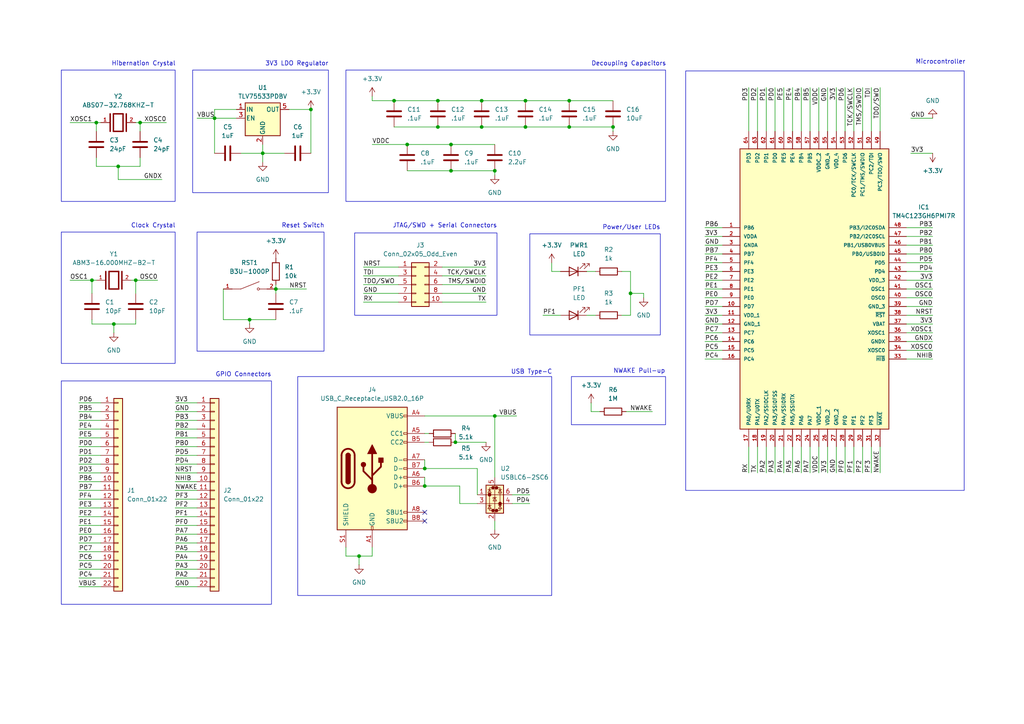
<source format=kicad_sch>
(kicad_sch (version 20231120) (generator "eeschema") (generator_version "8.0")
  (paper "A4")
  (title_block (title "TM4C Purple Pill") (date "2024-05-31") (rev "0.3") (company "Rolando Rosales") (comment 1 "https://github.com/rolo-g/TM4C-Purple-Pill"))
  (lib_symbols
    (symbol "ABM3-16.000MHZ-B2-T:ABM3-16.000MHZ-B2-T" (pin_names (offset 1.016))
      (property "Reference" "Y" (at -5.0878 3.8159 0))
      (property "Value" "ABM3-16.000MHZ-B2-T" (at -5.0944 -5.0944 0))
      (symbol "ABM3-16.000MHZ-B2-T_0_0"
        (pin passive line (at -5.08 0 0) (length 2.54) (name "~") (number "1"))
        (pin passive line (at 5.08 0 180) (length 2.54) (name "~") (number "2"))
      )
    )
    (symbol "ABS07-32.768KHZ-T:ABS07-32.768KHZ-T" (pin_names (offset 1.016))
      (property "Reference" "Y" (at -5.0878 3.8159 0))
      (property "Value" "ABS07-32.768KHZ-T" (at -5.0944 -5.0944 0))
      (symbol "ABS07-32.768KHZ-T_0_0"
        (pin passive line (at -5.08 0 0) (length 2.54) (name "~") (number "1"))
        (pin passive line (at 5.08 0 180) (length 2.54) (name "~") (number "2"))
      )
    )
    (symbol "B3U-1000P:B3U-1000P" (pin_names (offset 1.016))
      (property "Reference" "S" (at -2.54 2.54 0))
      (property "Value" "B3U-1000P" (at -2.54 -2.54 0))
      (symbol "B3U-1000P_0_0"
        (pin passive line (at -7.62 0 0) (length 2.54) (name "~") (number "1"))
        (pin passive line (at 7.62 0 180) (length 2.54) (name "~") (number "2"))
      )
    )
    (symbol "Connector:USB_C_Receptacle_USB2.0_16P" (pin_names (offset 1.016))
      (property "Reference" "J" (at 0 22.225 0))
      (property "Value" "USB_C_Receptacle_USB2.0_16P" (at 0 19.685 0))
      (symbol "USB_C_Receptacle_USB2.0_16P_1_1"
        (pin passive line (at 0 -22.86 90) (length 5.08) (name "GND") (number "A1"))
        (pin passive line (at 0 -22.86 90) (length 5.08) hide (name "GND") (number "A12"))
        (pin passive line (at 15.24 15.24 180) (length 5.08) (name "VBUS") (number "A4"))
        (pin bidirectional line (at 15.24 10.16 180) (length 5.08) (name "CC1") (number "A5"))
        (pin bidirectional line (at 15.24 -2.54 180) (length 5.08) (name "D+") (number "A6"))
        (pin bidirectional line (at 15.24 2.54 180) (length 5.08) (name "D-") (number "A7"))
        (pin bidirectional line (at 15.24 -12.7 180) (length 5.08) (name "SBU1") (number "A8"))
        (pin passive line (at 15.24 15.24 180) (length 5.08) hide (name "VBUS") (number "A9"))
        (pin passive line (at 0 -22.86 90) (length 5.08) hide (name "GND") (number "B1"))
        (pin passive line (at 0 -22.86 90) (length 5.08) hide (name "GND") (number "B12"))
        (pin passive line (at 15.24 15.24 180) (length 5.08) hide (name "VBUS") (number "B4"))
        (pin bidirectional line (at 15.24 7.62 180) (length 5.08) (name "CC2") (number "B5"))
        (pin bidirectional line (at 15.24 -5.08 180) (length 5.08) (name "D+") (number "B6"))
        (pin bidirectional line (at 15.24 0 180) (length 5.08) (name "D-") (number "B7"))
        (pin bidirectional line (at 15.24 -15.24 180) (length 5.08) (name "SBU2") (number "B8"))
        (pin passive line (at 15.24 15.24 180) (length 5.08) hide (name "VBUS") (number "B9"))
        (pin passive line (at -7.62 -22.86 90) (length 5.08) (name "SHIELD") (number "S1"))
      )
    )
    (symbol "Connector_Generic:Conn_01x22" (pin_names (offset 1.016) hide)
      (property "Reference" "J" (at 0 27.94 0))
      (property "Value" "Conn_01x22" (at 0 -30.48 0))
      (symbol "Conn_01x22_1_1"
        (pin passive line (at -5.08 25.4 0) (length 3.81) (name "Pin_1") (number "1"))
        (pin passive line (at -5.08 2.54 0) (length 3.81) (name "Pin_10") (number "10"))
        (pin passive line (at -5.08 0 0) (length 3.81) (name "Pin_11") (number "11"))
        (pin passive line (at -5.08 -2.54 0) (length 3.81) (name "Pin_12") (number "12"))
        (pin passive line (at -5.08 -5.08 0) (length 3.81) (name "Pin_13") (number "13"))
        (pin passive line (at -5.08 -7.62 0) (length 3.81) (name "Pin_14") (number "14"))
        (pin passive line (at -5.08 -10.16 0) (length 3.81) (name "Pin_15") (number "15"))
        (pin passive line (at -5.08 -12.7 0) (length 3.81) (name "Pin_16") (number "16"))
        (pin passive line (at -5.08 -15.24 0) (length 3.81) (name "Pin_17") (number "17"))
        (pin passive line (at -5.08 -17.78 0) (length 3.81) (name "Pin_18") (number "18"))
        (pin passive line (at -5.08 -20.32 0) (length 3.81) (name "Pin_19") (number "19"))
        (pin passive line (at -5.08 22.86 0) (length 3.81) (name "Pin_2") (number "2"))
        (pin passive line (at -5.08 -22.86 0) (length 3.81) (name "Pin_20") (number "20"))
        (pin passive line (at -5.08 -25.4 0) (length 3.81) (name "Pin_21") (number "21"))
        (pin passive line (at -5.08 -27.94 0) (length 3.81) (name "Pin_22") (number "22"))
        (pin passive line (at -5.08 20.32 0) (length 3.81) (name "Pin_3") (number "3"))
        (pin passive line (at -5.08 17.78 0) (length 3.81) (name "Pin_4") (number "4"))
        (pin passive line (at -5.08 15.24 0) (length 3.81) (name "Pin_5") (number "5"))
        (pin passive line (at -5.08 12.7 0) (length 3.81) (name "Pin_6") (number "6"))
        (pin passive line (at -5.08 10.16 0) (length 3.81) (name "Pin_7") (number "7"))
        (pin passive line (at -5.08 7.62 0) (length 3.81) (name "Pin_8") (number "8"))
        (pin passive line (at -5.08 5.08 0) (length 3.81) (name "Pin_9") (number "9"))
      )
    )
    (symbol "Connector_Generic:Conn_02x05_Odd_Even" (pin_names (offset 1.016) hide)
      (property "Reference" "J" (at 1.27 7.62 0))
      (property "Value" "Conn_02x05_Odd_Even" (at 1.27 -7.62 0))
      (symbol "Conn_02x05_Odd_Even_1_1"
        (pin passive line (at -5.08 5.08 0) (length 3.81) (name "Pin_1") (number "1"))
        (pin passive line (at 7.62 -5.08 180) (length 3.81) (name "Pin_10") (number "10"))
        (pin passive line (at 7.62 5.08 180) (length 3.81) (name "Pin_2") (number "2"))
        (pin passive line (at -5.08 2.54 0) (length 3.81) (name "Pin_3") (number "3"))
        (pin passive line (at 7.62 2.54 180) (length 3.81) (name "Pin_4") (number "4"))
        (pin passive line (at -5.08 0 0) (length 3.81) (name "Pin_5") (number "5"))
        (pin passive line (at 7.62 0 180) (length 3.81) (name "Pin_6") (number "6"))
        (pin passive line (at -5.08 -2.54 0) (length 3.81) (name "Pin_7") (number "7"))
        (pin passive line (at 7.62 -2.54 180) (length 3.81) (name "Pin_8") (number "8"))
        (pin passive line (at -5.08 -5.08 0) (length 3.81) (name "Pin_9") (number "9"))
      )
    )
    (symbol "Device:C" (pin_numbers hide) (pin_names (offset 0.254))
      (property "Reference" "C" (at 0.635 2.54 0))
      (property "Value" "C" (at 0.635 -2.54 0))
      (symbol "C_1_1"
        (pin passive line (at 0 3.81 270) (length 2.794) (name "~") (number "1"))
        (pin passive line (at 0 -3.81 90) (length 2.794) (name "~") (number "2"))
      )
    )
    (symbol "Device:LED" (pin_numbers hide) (pin_names (offset 1.016) hide)
      (property "Reference" "D" (at 0 2.54 0))
      (property "Value" "LED" (at 0 -2.54 0))
      (symbol "LED_1_1"
        (pin passive line (at -3.81 0 0) (length 2.54) (name "K") (number "1"))
        (pin passive line (at 3.81 0 180) (length 2.54) (name "A") (number "2"))
      )
    )
    (symbol "Device:R" (pin_numbers hide) (pin_names (offset 0))
      (property "Reference" "R" (at 2.032 0 90))
      (property "Value" "R" (at 0 0 90))
      (symbol "R_1_1"
        (pin passive line (at 0 3.81 270) (length 1.27) (name "~") (number "1"))
        (pin passive line (at 0 -3.81 90) (length 1.27) (name "~") (number "2"))
      )
    )
    (symbol "Power_Protection:USBLC6-2SC6" (pin_names hide)
      (property "Reference" "U" (at 0.635 5.715 0))
      (property "Value" "USBLC6-2SC6" (at 0.635 3.81 0))
      (symbol "USBLC6-2SC6_1_1"
        (pin passive line (at -5.08 0 0) (length 2.54) (name "I/O1") (number "1"))
        (pin passive line (at 0 -7.62 90) (length 2.54) (name "GND") (number "2"))
        (pin passive line (at -5.08 -2.54 0) (length 2.54) (name "I/O2") (number "3"))
        (pin passive line (at 5.08 -2.54 180) (length 2.54) (name "I/O2") (number "4"))
        (pin passive line (at 0 5.08 270) (length 2.54) (name "VBUS") (number "5"))
        (pin passive line (at 5.08 0 180) (length 2.54) (name "I/O1") (number "6"))
      )
    )
    (symbol "Regulator_Linear:TLV75533PDBV" (pin_names (offset 0.254))
      (property "Reference" "U" (at -3.81 5.715 0))
      (property "Value" "TLV75533PDBV" (at 0 5.715 0))
      (symbol "TLV75533PDBV_1_1"
        (pin power_in line (at -7.62 2.54 0) (length 2.54) (name "IN") (number "1"))
        (pin power_in line (at 0 -7.62 90) (length 2.54) (name "GND") (number "2"))
        (pin input line (at -7.62 0 0) (length 2.54) (name "EN") (number "3"))
        (pin no_connect line (at 5.08 0 180) (length 2.54) hide (name "NC") (number "4"))
        (pin power_out line (at 7.62 2.54 180) (length 2.54) (name "OUT") (number "5"))
      )
    )
    (symbol "TM4C123GH6PMI7R:TM4C123GH6PMI7R" (pin_names (offset 1.016))
      (property "Reference" "IC" (at 49.53 27.94 0))
      (property "Value" "TM4C123GH6PMI7R" (at 49.53 25.4 0))
      (symbol "TM4C123GH6PMI7R_0_0"
        (pin bidirectional line (at 0 0 0) (length 5.08) (name "PB6") (number "1"))
        (pin bidirectional line (at 0 -22.86 0) (length 5.08) (name "PD7") (number "10"))
        (pin bidirectional line (at 0 -25.4 0) (length 5.08) (name "VDD_1") (number "11"))
        (pin bidirectional line (at 0 -27.94 0) (length 5.08) (name "GND_1") (number "12"))
        (pin bidirectional line (at 0 -30.48 0) (length 5.08) (name "PC7") (number "13"))
        (pin bidirectional line (at 0 -33.02 0) (length 5.08) (name "PC6") (number "14"))
        (pin bidirectional line (at 0 -35.56 0) (length 5.08) (name "PC5") (number "15"))
        (pin bidirectional line (at 0 -38.1 0) (length 5.08) (name "PC4") (number "16"))
        (pin bidirectional line (at 7.62 -63.5 90) (length 5.08) (name "PA0/U0RX") (number "17"))
        (pin bidirectional line (at 10.16 -63.5 90) (length 5.08) (name "PA1/U0TX") (number "18"))
        (pin bidirectional line (at 12.7 -63.5 90) (length 5.08) (name "PA2/SSI0CLK") (number "19"))
        (pin bidirectional line (at 0 -2.54 0) (length 5.08) (name "VDDA") (number "2"))
        (pin bidirectional line (at 15.24 -63.5 90) (length 5.08) (name "PA3/SSI0FSS") (number "20"))
        (pin bidirectional line (at 17.78 -63.5 90) (length 5.08) (name "PA4/SSI0RX") (number "21"))
        (pin bidirectional line (at 20.32 -63.5 90) (length 5.08) (name "PA5/SSI0TX") (number "22"))
        (pin bidirectional line (at 22.86 -63.5 90) (length 5.08) (name "PA6") (number "23"))
        (pin bidirectional line (at 25.4 -63.5 90) (length 5.08) (name "PA7") (number "24"))
        (pin bidirectional line (at 27.94 -63.5 90) (length 5.08) (name "VDDC_1") (number "25"))
        (pin bidirectional line (at 30.48 -63.5 90) (length 5.08) (name "VDD_2") (number "26"))
        (pin bidirectional line (at 33.02 -63.5 90) (length 5.08) (name "GND_2") (number "27"))
        (pin bidirectional line (at 35.56 -63.5 90) (length 5.08) (name "PF0") (number "28"))
        (pin bidirectional line (at 38.1 -63.5 90) (length 5.08) (name "PF1") (number "29"))
        (pin bidirectional line (at 0 -5.08 0) (length 5.08) (name "GNDA") (number "3"))
        (pin bidirectional line (at 40.64 -63.5 90) (length 5.08) (name "PF2") (number "30"))
        (pin bidirectional line (at 43.18 -63.5 90) (length 5.08) (name "PF3") (number "31"))
        (pin bidirectional line (at 45.72 -63.5 90) (length 5.08) (name "~{WAKE}") (number "32"))
        (pin bidirectional line (at 53.34 -38.1 180) (length 5.08) (name "~{HIB}") (number "33"))
        (pin bidirectional line (at 53.34 -35.56 180) (length 5.08) (name "XOSC0") (number "34"))
        (pin bidirectional line (at 53.34 -33.02 180) (length 5.08) (name "GNDX") (number "35"))
        (pin bidirectional line (at 53.34 -30.48 180) (length 5.08) (name "XOSC1") (number "36"))
        (pin bidirectional line (at 53.34 -27.94 180) (length 5.08) (name "VBAT") (number "37"))
        (pin bidirectional line (at 53.34 -25.4 180) (length 5.08) (name "~{RST}") (number "38"))
        (pin bidirectional line (at 53.34 -22.86 180) (length 5.08) (name "GND_3") (number "39"))
        (pin bidirectional line (at 0 -7.62 0) (length 5.08) (name "PB7") (number "4"))
        (pin bidirectional line (at 53.34 -20.32 180) (length 5.08) (name "OSC0") (number "40"))
        (pin bidirectional line (at 53.34 -17.78 180) (length 5.08) (name "OSC1") (number "41"))
        (pin bidirectional line (at 53.34 -15.24 180) (length 5.08) (name "VDD_3") (number "42"))
        (pin bidirectional line (at 53.34 -12.7 180) (length 5.08) (name "PD4") (number "43"))
        (pin bidirectional line (at 53.34 -10.16 180) (length 5.08) (name "PD5") (number "44"))
        (pin bidirectional line (at 53.34 -7.62 180) (length 5.08) (name "PB0/USB0ID") (number "45"))
        (pin bidirectional line (at 53.34 -5.08 180) (length 5.08) (name "PB1/USB0VBUS") (number "46"))
        (pin bidirectional line (at 53.34 -2.54 180) (length 5.08) (name "PB2/I2C0SCL") (number "47"))
        (pin bidirectional line (at 53.34 0 180) (length 5.08) (name "PB3/I2C0SDA") (number "48"))
        (pin bidirectional line (at 45.72 27.94 270) (length 5.08) (name "PC3/TDO/SWO") (number "49"))
        (pin bidirectional line (at 0 -10.16 0) (length 5.08) (name "PF4") (number "5"))
        (pin bidirectional line (at 43.18 27.94 270) (length 5.08) (name "PC2/TDI") (number "50"))
        (pin bidirectional line (at 40.64 27.94 270) (length 5.08) (name "PC1/TMS/SWDIO") (number "51"))
        (pin bidirectional line (at 38.1 27.94 270) (length 5.08) (name "PC0/TCK/SWCLK") (number "52"))
        (pin bidirectional line (at 35.56 27.94 270) (length 5.08) (name "PD6") (number "53"))
        (pin bidirectional line (at 33.02 27.94 270) (length 5.08) (name "VDD_4") (number "54"))
        (pin bidirectional line (at 30.48 27.94 270) (length 5.08) (name "GND_4") (number "55"))
        (pin bidirectional line (at 27.94 27.94 270) (length 5.08) (name "VDDC_2") (number "56"))
        (pin bidirectional line (at 25.4 27.94 270) (length 5.08) (name "PB5") (number "57"))
        (pin bidirectional line (at 22.86 27.94 270) (length 5.08) (name "PB4") (number "58"))
        (pin bidirectional line (at 20.32 27.94 270) (length 5.08) (name "PE4") (number "59"))
        (pin bidirectional line (at 0 -12.7 0) (length 5.08) (name "PE3") (number "6"))
        (pin bidirectional line (at 17.78 27.94 270) (length 5.08) (name "PE5") (number "60"))
        (pin bidirectional line (at 15.24 27.94 270) (length 5.08) (name "PD0") (number "61"))
        (pin bidirectional line (at 12.7 27.94 270) (length 5.08) (name "PD1") (number "62"))
        (pin bidirectional line (at 10.16 27.94 270) (length 5.08) (name "PD2") (number "63"))
        (pin bidirectional line (at 7.62 27.94 270) (length 5.08) (name "PD3") (number "64"))
        (pin bidirectional line (at 0 -15.24 0) (length 5.08) (name "PE2") (number "7"))
        (pin bidirectional line (at 0 -17.78 0) (length 5.08) (name "PE1") (number "8"))
        (pin bidirectional line (at 0 -20.32 0) (length 5.08) (name "PE0") (number "9"))
      )
    )
    (symbol "power:+3.3V" (power) (pin_numbers hide) (pin_names (offset 0) hide)
      (property "Value" "+3.3V" (at 0 3.556 0))
      (symbol "+3.3V_1_1"
        (pin power_in line (at 0 0 90) (length 0) (name "~") (number "1"))
      )
    )
    (symbol "power:GND" (power) (pin_numbers hide) (pin_names (offset 0) hide)
      (property "Value" "GND" (at 0 -3.81 0))
      (symbol "GND_1_1"
        (pin power_in line (at 0 0 270) (length 0) (name "~") (number "1"))
      )
    )
  )
  (junction (at 76.2 44.45))
  (junction (at 130.81 41.91))
  (junction (at 62.23 34.29))
  (junction (at 177.8 36.83))
  (junction (at 139.7 29.21))
  (junction (at 26.67 81.28))
  (junction (at 90.17 31.75))
  (junction (at 72.39 92.71))
  (junction (at 130.81 49.53))
  (junction (at 132.08 128.27))
  (junction (at 123.19 140.97))
  (junction (at 152.4 36.83))
  (junction (at 165.1 36.83))
  (junction (at 104.14 161.29))
  (junction (at 118.11 41.91))
  (junction (at 123.19 135.89))
  (junction (at 127 29.21))
  (junction (at 182.88 85.09))
  (junction (at 139.7 36.83))
  (junction (at 152.4 29.21))
  (junction (at 80.01 83.82))
  (junction (at 165.1 29.21))
  (junction (at 143.51 120.65))
  (junction (at 127 36.83))
  (junction (at 33.02 93.98))
  (junction (at 39.37 81.28))
  (junction (at 143.51 49.53))
  (junction (at 40.64 35.56))
  (junction (at 114.3 29.21))
  (junction (at 34.29 48.26))
  (junction (at 27.94 35.56))
  (no_connect (at 123.19 148.59))
  (no_connect (at 123.19 151.13))
  (wire (pts (xy 204.47 86.36) (xy 209.55 86.36)))
  (wire (pts (xy 114.3 36.83) (xy 127 36.83)))
  (wire (pts (xy 83.82 31.75) (xy 90.17 31.75)))
  (wire (pts (xy 64.77 92.71) (xy 72.39 92.71)))
  (wire (pts (xy 29.21 127) (xy 22.86 127)))
  (wire (pts (xy 123.19 128.27) (xy 124.46 128.27)))
  (wire (pts (xy 29.21 137.16) (xy 22.86 137.16)))
  (wire (pts (xy 148.59 143.51) (xy 153.67 143.51)))
  (wire (pts (xy 29.21 165.1) (xy 22.86 165.1)))
  (wire (pts (xy 57.15 147.32) (xy 50.8 147.32)))
  (wire (pts (xy 39.37 81.28) (xy 39.37 85.09)))
  (wire (pts (xy 29.21 121.92) (xy 22.86 121.92)))
  (wire (pts (xy 222.25 129.54) (xy 222.25 137.16)))
  (wire (pts (xy 57.15 127) (xy 50.8 127)))
  (wire (pts (xy 76.2 41.91) (xy 76.2 44.45)))
  (wire (pts (xy 186.69 86.36) (xy 186.69 85.09)))
  (wire (pts (xy 128.27 87.63) (xy 140.97 87.63)))
  (wire (pts (xy 162.56 78.74) (xy 160.02 78.74)))
  (wire (pts (xy 105.41 87.63) (xy 115.57 87.63)))
  (wire (pts (xy 80.01 82.55) (xy 80.01 83.82)))
  (wire (pts (xy 64.77 83.82) (xy 64.77 92.71)))
  (wire (pts (xy 114.3 29.21) (xy 127 29.21)))
  (wire (pts (xy 181.61 119.38) (xy 189.23 119.38)))
  (wire (pts (xy 227.33 129.54) (xy 227.33 137.16)))
  (wire (pts (xy 186.69 85.09) (xy 182.88 85.09)))
  (wire (pts (xy 217.17 129.54) (xy 217.17 137.16)))
  (wire (pts (xy 262.89 93.98) (xy 270.51 93.98)))
  (wire (pts (xy 242.57 25.4) (xy 242.57 38.1)))
  (wire (pts (xy 222.25 25.4) (xy 222.25 38.1)))
  (wire (pts (xy 29.21 119.38) (xy 22.86 119.38)))
  (wire (pts (xy 138.43 135.89) (xy 138.43 143.51)))
  (wire (pts (xy 204.47 96.52) (xy 209.55 96.52)))
  (wire (pts (xy 132.08 128.27) (xy 140.97 128.27)))
  (wire (pts (xy 34.29 52.07) (xy 46.99 52.07)))
  (wire (pts (xy 27.94 38.1) (xy 27.94 35.56)))
  (wire (pts (xy 72.39 92.71) (xy 80.01 92.71)))
  (wire (pts (xy 143.51 49.53) (xy 143.51 50.8)))
  (wire (pts (xy 247.65 25.4) (xy 247.65 38.1)))
  (wire (pts (xy 127 36.83) (xy 139.7 36.83)))
  (wire (pts (xy 105.41 82.55) (xy 115.57 82.55)))
  (wire (pts (xy 204.47 81.28) (xy 209.55 81.28)))
  (wire (pts (xy 270.51 44.45) (xy 264.16 44.45)))
  (wire (pts (xy 57.15 165.1) (xy 50.8 165.1)))
  (wire (pts (xy 57.15 119.38) (xy 50.8 119.38)))
  (wire (pts (xy 57.15 132.08) (xy 50.8 132.08)))
  (wire (pts (xy 173.99 119.38) (xy 171.45 119.38)))
  (wire (pts (xy 232.41 25.4) (xy 232.41 38.1)))
  (wire (pts (xy 72.39 92.71) (xy 72.39 93.98)))
  (wire (pts (xy 224.79 25.4) (xy 224.79 38.1)))
  (wire (pts (xy 29.21 124.46) (xy 22.86 124.46)))
  (wire (pts (xy 262.89 96.52) (xy 270.51 96.52)))
  (wire (pts (xy 80.01 83.82) (xy 88.9 83.82)))
  (wire (pts (xy 57.15 160.02) (xy 50.8 160.02)))
  (wire (pts (xy 204.47 99.06) (xy 209.55 99.06)))
  (wire (pts (xy 123.19 138.43) (xy 123.19 140.97)))
  (wire (pts (xy 262.89 99.06) (xy 270.51 99.06)))
  (wire (pts (xy 217.17 25.4) (xy 217.17 38.1)))
  (wire (pts (xy 204.47 101.6) (xy 209.55 101.6)))
  (wire (pts (xy 180.34 91.44) (xy 182.88 91.44)))
  (wire (pts (xy 139.7 29.21) (xy 152.4 29.21)))
  (wire (pts (xy 40.64 48.26) (xy 40.64 45.72)))
  (wire (pts (xy 50.8 167.64) (xy 57.15 167.64)))
  (wire (pts (xy 229.87 25.4) (xy 229.87 38.1)))
  (wire (pts (xy 182.88 78.74) (xy 180.34 78.74)))
  (wire (pts (xy 62.23 34.29) (xy 62.23 44.45)))
  (wire (pts (xy 262.89 71.12) (xy 270.51 71.12)))
  (wire (pts (xy 262.89 73.66) (xy 270.51 73.66)))
  (wire (pts (xy 143.51 120.65) (xy 143.51 138.43)))
  (wire (pts (xy 22.86 167.64) (xy 29.21 167.64)))
  (wire (pts (xy 204.47 88.9) (xy 209.55 88.9)))
  (wire (pts (xy 182.88 91.44) (xy 182.88 85.09)))
  (wire (pts (xy 107.95 29.21) (xy 107.95 27.94)))
  (wire (pts (xy 20.32 35.56) (xy 27.94 35.56)))
  (wire (pts (xy 29.21 147.32) (xy 22.86 147.32)))
  (wire (pts (xy 27.94 48.26) (xy 27.94 45.72)))
  (wire (pts (xy 262.89 83.82) (xy 270.51 83.82)))
  (wire (pts (xy 57.15 152.4) (xy 50.8 152.4)))
  (wire (pts (xy 39.37 93.98) (xy 39.37 92.71)))
  (wire (pts (xy 152.4 29.21) (xy 165.1 29.21)))
  (wire (pts (xy 57.15 121.92) (xy 50.8 121.92)))
  (wire (pts (xy 76.2 44.45) (xy 82.55 44.45)))
  (wire (pts (xy 105.41 80.01) (xy 115.57 80.01)))
  (wire (pts (xy 242.57 129.54) (xy 242.57 137.16)))
  (wire (pts (xy 26.67 81.28) (xy 26.67 85.09)))
  (wire (pts (xy 20.32 81.28) (xy 26.67 81.28)))
  (wire (pts (xy 62.23 31.75) (xy 68.58 31.75)))
  (wire (pts (xy 204.47 91.44) (xy 209.55 91.44)))
  (wire (pts (xy 219.71 25.4) (xy 219.71 38.1)))
  (wire (pts (xy 237.49 129.54) (xy 237.49 137.16)))
  (wire (pts (xy 234.95 25.4) (xy 234.95 38.1)))
  (wire (pts (xy 262.89 81.28) (xy 270.51 81.28)))
  (wire (pts (xy 57.15 154.94) (xy 50.8 154.94)))
  (wire (pts (xy 160.02 78.74) (xy 160.02 76.2)))
  (wire (pts (xy 240.03 25.4) (xy 240.03 38.1)))
  (wire (pts (xy 40.64 38.1) (xy 40.64 35.56)))
  (wire (pts (xy 26.67 93.98) (xy 26.67 92.71)))
  (wire (pts (xy 252.73 129.54) (xy 252.73 137.16)))
  (wire (pts (xy 171.45 119.38) (xy 171.45 116.84)))
  (wire (pts (xy 130.81 41.91) (xy 143.51 41.91)))
  (wire (pts (xy 105.41 77.47) (xy 115.57 77.47)))
  (wire (pts (xy 132.08 125.73) (xy 132.08 128.27)))
  (wire (pts (xy 104.14 161.29) (xy 104.14 163.83)))
  (wire (pts (xy 100.33 161.29) (xy 104.14 161.29)))
  (wire (pts (xy 204.47 76.2) (xy 209.55 76.2)))
  (wire (pts (xy 252.73 25.4) (xy 252.73 38.1)))
  (wire (pts (xy 29.21 116.84) (xy 22.86 116.84)))
  (wire (pts (xy 80.01 83.82) (xy 80.01 85.09)))
  (wire (pts (xy 57.15 34.29) (xy 62.23 34.29)))
  (wire (pts (xy 27.94 48.26) (xy 34.29 48.26)))
  (wire (pts (xy 204.47 73.66) (xy 209.55 73.66)))
  (wire (pts (xy 57.15 144.78) (xy 50.8 144.78)))
  (wire (pts (xy 29.21 160.02) (xy 22.86 160.02)))
  (wire (pts (xy 33.02 93.98) (xy 39.37 93.98)))
  (wire (pts (xy 152.4 36.83) (xy 165.1 36.83)))
  (wire (pts (xy 123.19 133.35) (xy 123.19 135.89)))
  (wire (pts (xy 76.2 44.45) (xy 76.2 46.99)))
  (wire (pts (xy 232.41 129.54) (xy 232.41 137.16)))
  (wire (pts (xy 133.35 140.97) (xy 133.35 146.05)))
  (wire (pts (xy 57.15 157.48) (xy 50.8 157.48)))
  (wire (pts (xy 57.15 129.54) (xy 50.8 129.54)))
  (wire (pts (xy 123.19 135.89) (xy 138.43 135.89)))
  (wire (pts (xy 39.37 35.56) (xy 40.64 35.56)))
  (wire (pts (xy 62.23 31.75) (xy 62.23 34.29)))
  (wire (pts (xy 34.29 52.07) (xy 34.29 48.26)))
  (wire (pts (xy 245.11 25.4) (xy 245.11 38.1)))
  (wire (pts (xy 227.33 25.4) (xy 227.33 38.1)))
  (wire (pts (xy 143.51 120.65) (xy 149.86 120.65)))
  (wire (pts (xy 34.29 48.26) (xy 40.64 48.26)))
  (wire (pts (xy 255.27 129.54) (xy 255.27 137.16)))
  (wire (pts (xy 262.89 66.04) (xy 270.51 66.04)))
  (wire (pts (xy 234.95 129.54) (xy 234.95 137.16)))
  (wire (pts (xy 128.27 85.09) (xy 140.97 85.09)))
  (wire (pts (xy 262.89 104.14) (xy 270.51 104.14)))
  (wire (pts (xy 100.33 158.75) (xy 100.33 161.29)))
  (wire (pts (xy 57.15 149.86) (xy 50.8 149.86)))
  (wire (pts (xy 245.11 129.54) (xy 245.11 137.16)))
  (wire (pts (xy 157.48 91.44) (xy 162.56 91.44)))
  (wire (pts (xy 130.81 49.53) (xy 143.51 49.53)))
  (wire (pts (xy 123.19 140.97) (xy 133.35 140.97)))
  (wire (pts (xy 57.15 137.16) (xy 50.8 137.16)))
  (wire (pts (xy 123.19 120.65) (xy 143.51 120.65)))
  (wire (pts (xy 57.15 142.24) (xy 50.8 142.24)))
  (wire (pts (xy 104.14 161.29) (xy 107.95 161.29)))
  (wire (pts (xy 118.11 49.53) (xy 130.81 49.53)))
  (wire (pts (xy 26.67 93.98) (xy 33.02 93.98)))
  (wire (pts (xy 40.64 35.56) (xy 48.26 35.56)))
  (wire (pts (xy 148.59 146.05) (xy 153.67 146.05)))
  (wire (pts (xy 29.21 134.62) (xy 22.86 134.62)))
  (wire (pts (xy 219.71 129.54) (xy 219.71 137.16)))
  (wire (pts (xy 255.27 25.4) (xy 255.27 38.1)))
  (wire (pts (xy 204.47 68.58) (xy 209.55 68.58)))
  (wire (pts (xy 57.15 162.56) (xy 50.8 162.56)))
  (wire (pts (xy 105.41 85.09) (xy 115.57 85.09)))
  (wire (pts (xy 107.95 41.91) (xy 118.11 41.91)))
  (wire (pts (xy 29.21 162.56) (xy 22.86 162.56)))
  (wire (pts (xy 204.47 71.12) (xy 209.55 71.12)))
  (wire (pts (xy 62.23 34.29) (xy 68.58 34.29)))
  (wire (pts (xy 262.89 86.36) (xy 270.51 86.36)))
  (wire (pts (xy 57.15 116.84) (xy 50.8 116.84)))
  (wire (pts (xy 50.8 170.18) (xy 57.15 170.18)))
  (wire (pts (xy 139.7 36.83) (xy 152.4 36.83)))
  (wire (pts (xy 237.49 25.4) (xy 237.49 38.1)))
  (wire (pts (xy 262.89 76.2) (xy 270.51 76.2)))
  (wire (pts (xy 22.86 170.18) (xy 29.21 170.18)))
  (wire (pts (xy 224.79 129.54) (xy 224.79 137.16)))
  (wire (pts (xy 128.27 77.47) (xy 140.97 77.47)))
  (wire (pts (xy 204.47 78.74) (xy 209.55 78.74)))
  (wire (pts (xy 138.43 146.05) (xy 133.35 146.05)))
  (wire (pts (xy 262.89 68.58) (xy 270.51 68.58)))
  (wire (pts (xy 247.65 129.54) (xy 247.65 137.16)))
  (wire (pts (xy 182.88 78.74) (xy 182.88 85.09)))
  (wire (pts (xy 165.1 29.21) (xy 177.8 29.21)))
  (wire (pts (xy 107.95 29.21) (xy 114.3 29.21)))
  (wire (pts (xy 33.02 93.98) (xy 33.02 96.52)))
  (wire (pts (xy 262.89 88.9) (xy 270.51 88.9)))
  (wire (pts (xy 29.21 139.7) (xy 22.86 139.7)))
  (wire (pts (xy 39.37 81.28) (xy 45.72 81.28)))
  (wire (pts (xy 29.21 154.94) (xy 22.86 154.94)))
  (wire (pts (xy 128.27 80.01) (xy 140.97 80.01)))
  (wire (pts (xy 270.51 34.29) (xy 264.16 34.29)))
  (wire (pts (xy 118.11 41.91) (xy 130.81 41.91)))
  (wire (pts (xy 143.51 151.13) (xy 143.51 153.67)))
  (wire (pts (xy 29.21 144.78) (xy 22.86 144.78)))
  (wire (pts (xy 90.17 31.75) (xy 90.17 44.45)))
  (wire (pts (xy 57.15 134.62) (xy 50.8 134.62)))
  (wire (pts (xy 57.15 124.46) (xy 50.8 124.46)))
  (wire (pts (xy 57.15 139.7) (xy 50.8 139.7)))
  (wire (pts (xy 250.19 25.4) (xy 250.19 38.1)))
  (wire (pts (xy 22.86 157.48) (xy 29.21 157.48)))
  (wire (pts (xy 29.21 132.08) (xy 22.86 132.08)))
  (wire (pts (xy 172.72 91.44) (xy 170.18 91.44)))
  (wire (pts (xy 250.19 129.54) (xy 250.19 137.16)))
  (wire (pts (xy 29.21 149.86) (xy 22.86 149.86)))
  (wire (pts (xy 69.85 44.45) (xy 76.2 44.45)))
  (wire (pts (xy 107.95 158.75) (xy 107.95 161.29)))
  (wire (pts (xy 229.87 129.54) (xy 229.87 137.16)))
  (wire (pts (xy 29.21 152.4) (xy 22.86 152.4)))
  (wire (pts (xy 27.94 35.56) (xy 29.21 35.56)))
  (wire (pts (xy 29.21 129.54) (xy 22.86 129.54)))
  (wire (pts (xy 204.47 66.04) (xy 209.55 66.04)))
  (wire (pts (xy 29.21 142.24) (xy 22.86 142.24)))
  (wire (pts (xy 128.27 82.55) (xy 140.97 82.55)))
  (wire (pts (xy 26.67 81.28) (xy 27.94 81.28)))
  (wire (pts (xy 204.47 83.82) (xy 209.55 83.82)))
  (wire (pts (xy 170.18 78.74) (xy 172.72 78.74)))
  (wire (pts (xy 165.1 36.83) (xy 177.8 36.83)))
  (wire (pts (xy 123.19 125.73) (xy 124.46 125.73)))
  (wire (pts (xy 262.89 101.6) (xy 270.51 101.6)))
  (wire (pts (xy 39.37 81.28) (xy 38.1 81.28)))
  (wire (pts (xy 204.47 93.98) (xy 209.55 93.98)))
  (wire (pts (xy 240.03 129.54) (xy 240.03 137.16)))
  (wire (pts (xy 177.8 36.83) (xy 177.8 38.1)))
  (wire (pts (xy 204.47 104.14) (xy 209.55 104.14)))
  (wire (pts (xy 262.89 91.44) (xy 270.51 91.44)))
  (wire (pts (xy 127 29.21) (xy 139.7 29.21)))
  (wire (pts (xy 262.89 78.74) (xy 270.51 78.74)))
  (rectangle (start 100.33 20.32) (end 193.04 58.42))
  (rectangle (start 17.78 110.49) (end 78.74 175.26))
  (rectangle (start 17.78 67.31) (end 50.8 105.41))
  (rectangle (start 153.67 67.818) (end 191.516 97.155))
  (rectangle (start 102.87 67.564) (end 144.145 91.44))
  (rectangle (start 57.15 67.31) (end 93.98 101.854))
  (rectangle (start 198.882 20.574) (end 279.654 142.24))
  (rectangle (start 55.88 20.32) (end 95.25 55.88))
  (rectangle (start 86.36 109.22) (end 160.02 172.72))
  (rectangle (start 17.78 20.32) (end 50.8 58.42))
  (rectangle (start 165.735 109.22) (end 193.04 123.19))
  (text "NWAKE Pull-up\n" (at 185.42 107.696 0) (effects (font (size 1.27 1.27))))
  (text "3V3 LDO Regulator" (at 86.106 18.542 0) (effects (font (size 1.27 1.27))))
  (text "Decoupling Capacitors" (at 182.372 18.542 0) (effects (font (size 1.27 1.27))))
  (text "Clock Crystal" (at 44.45 65.532 0) (effects (font (size 1.27 1.27))))
  (text "Power/User LEDs" (at 183.134 66.04 0) (effects (font (size 1.27 1.27))))
  (text "Hibernation Crystal" (at 41.656 18.542 0) (effects (font (size 1.27 1.27))))
  (text "USB Type-C" (at 154.178 107.95 0) (effects (font (size 1.27 1.27))))
  (text "Microcontroller" (at 272.796 18.034 0) (effects (font (size 1.27 1.27))))
  (text "Reset Switch" (at 87.884 65.532 0) (effects (font (size 1.27 1.27))))
  (text "JTAG/SWD + Serial Connectors" (at 129.032 65.532 0) (effects (font (size 1.27 1.27))))
  (text "GPIO Connectors" (at 70.612 108.712 0) (effects (font (size 1.27 1.27))))
  (label "PB7" (at 204.47 73.66 0))
  (label "XOSC1" (at 20.32 35.56 0))
  (label "PF1" (at 50.8 149.86 0))
  (label "3V3" (at 242.57 25.4 270))
  (label "PB0" (at 50.8 129.54 0))
  (label "GND" (at 240.03 25.4 270))
  (label "PE1" (at 22.86 152.4 0))
  (label "GND" (at 242.57 137.16 90))
  (label "GND" (at 140.97 85.09 180))
  (label "TX" (at 140.97 87.63 180))
  (label "3V3" (at 50.8 116.84 0))
  (label "PD2" (at 22.86 134.62 0))
  (label "PB7" (at 22.86 142.24 0))
  (label "3V3" (at 204.47 91.44 0))
  (label "OSC0" (at 45.72 81.28 180))
  (label "PF4" (at 22.86 144.78 0))
  (label "3V3" (at 204.47 68.58 0))
  (label "RX" (at 217.17 137.16 90))
  (label "PD7" (at 22.86 157.48 0))
  (label "PB6" (at 204.47 66.04 0))
  (label "TMS{slash}SWDIO" (at 140.97 82.55 180))
  (label "TCK{slash}SWCLK" (at 247.65 25.4 270))
  (label "PF2" (at 250.19 137.16 90))
  (label "PB6" (at 22.86 139.7 0))
  (label "PD7" (at 204.47 88.9 0))
  (label "PC5" (at 22.86 165.1 0))
  (label "PE4" (at 22.86 124.46 0))
  (label "PA5" (at 50.8 160.02 0))
  (label "PE1" (at 204.47 83.82 0))
  (label "PA3" (at 224.79 137.16 90))
  (label "PA6" (at 232.41 137.16 90))
  (label "GND" (at 264.16 34.29 0))
  (label "PC4" (at 22.86 167.64 0))
  (label "GNDX" (at 270.51 99.06 180))
  (label "RX" (at 105.41 87.63 0))
  (label "PE0" (at 204.47 86.36 0))
  (label "PD4" (at 153.67 146.05 180))
  (label "PD6" (at 245.11 25.4 270))
  (label "TDO{slash}SWO" (at 255.27 25.4 270))
  (label "PD5" (at 50.8 132.08 0))
  (label "PD0" (at 22.86 129.54 0))
  (label "GND" (at 50.8 170.18 0))
  (label "VDDC" (at 107.95 41.91 0))
  (label "PD6" (at 22.86 116.84 0))
  (label "PD1" (at 222.25 25.4 270))
  (label "PB3" (at 50.8 121.92 0))
  (label "TDO{slash}SWO" (at 105.41 82.55 0))
  (label "TX" (at 219.71 137.16 90))
  (label "PB4" (at 232.41 25.4 270))
  (label "NRST" (at 88.9 83.82 180))
  (label "PB2" (at 270.51 68.58 180))
  (label "3V3" (at 264.16 44.45 0))
  (label "PB1" (at 50.8 127 0))
  (label "PF2" (at 50.8 147.32 0))
  (label "TCK{slash}SWCLK" (at 140.97 80.01 180))
  (label "PE5" (at 22.86 127 0))
  (label "PC6" (at 22.86 162.56 0))
  (label "TDI" (at 105.41 80.01 0))
  (label "PD3" (at 22.86 137.16 0))
  (label "PB1" (at 270.51 71.12 180))
  (label "PD4" (at 50.8 134.62 0))
  (label "PF4" (at 204.47 76.2 0))
  (label "PB3" (at 270.51 66.04 180))
  (label "PF0" (at 50.8 152.4 0))
  (label "3V3" (at 270.51 93.98 180))
  (label "PF0" (at 245.11 137.16 90))
  (label "3V3" (at 140.97 77.47 180))
  (label "PA3" (at 50.8 165.1 0))
  (label "PE3" (at 204.47 78.74 0))
  (label "PA6" (at 50.8 157.48 0))
  (label "VDDC" (at 237.49 137.16 90))
  (label "PA2" (at 222.25 137.16 90))
  (label "VBUS" (at 149.86 120.65 180))
  (label "XOSC1" (at 270.51 96.52 180))
  (label "3V3" (at 240.03 137.16 90))
  (label "PB4" (at 22.86 121.92 0))
  (label "PD5" (at 270.51 76.2 180))
  (label "NRST" (at 50.8 137.16 0))
  (label "PD4" (at 270.51 78.74 180))
  (label "PC4" (at 204.47 104.14 0))
  (label "NWAKE" (at 255.27 137.16 90))
  (label "PF1" (at 157.48 91.44 0))
  (label "PC7" (at 204.47 96.52 0))
  (label "PC7" (at 22.86 160.02 0))
  (label "GND" (at 204.47 71.12 0))
  (label "VDDC" (at 237.49 25.4 270))
  (label "GND" (at 270.51 88.9 180))
  (label "PE0" (at 22.86 154.94 0))
  (label "PD0" (at 224.79 25.4 270))
  (label "NWAKE" (at 189.23 119.38 180))
  (label "PD2" (at 219.71 25.4 270))
  (label "GND" (at 204.47 93.98 0))
  (label "PB5" (at 234.95 25.4 270))
  (label "PE5" (at 227.33 25.4 270))
  (label "PB5" (at 22.86 119.38 0))
  (label "NRST" (at 105.41 77.47 0))
  (label "TMS{slash}SWDIO" (at 250.19 25.4 270))
  (label "NHIB" (at 50.8 139.7 0))
  (label "OSC1" (at 270.51 83.82 180))
  (label "TDI" (at 252.73 25.4 270))
  (label "PF3" (at 50.8 144.78 0))
  (label "PE3" (at 22.86 147.32 0))
  (label "NRST" (at 270.51 91.44 180))
  (label "VBUS" (at 22.86 170.18 0))
  (label "GNDX" (at 46.99 52.07 180))
  (label "PD1" (at 22.86 132.08 0))
  (label "3V3" (at 270.51 81.28 180))
  (label "PA5" (at 229.87 137.16 90))
  (label "PF3" (at 252.73 137.16 90))
  (label "GND" (at 105.41 85.09 0))
  (label "VBUS" (at 57.15 34.29 0))
  (label "NWAKE" (at 50.8 142.24 0))
  (label "PB2" (at 50.8 124.46 0))
  (label "PE4" (at 229.87 25.4 270))
  (label "PA4" (at 227.33 137.16 90))
  (label "PA7" (at 50.8 154.94 0))
  (label "OSC0" (at 270.51 86.36 180))
  (label "PA7" (at 234.95 137.16 90))
  (label "NHIB" (at 270.51 104.14 180))
  (label "PA2" (at 50.8 167.64 0))
  (label "PD5" (at 153.67 143.51 180))
  (label "PE2" (at 22.86 149.86 0))
  (label "XOSC0" (at 48.26 35.56 180))
  (label "GND" (at 50.8 119.38 0))
  (label "PA4" (at 50.8 162.56 0))
  (label "PE2" (at 204.47 81.28 0))
  (label "XOSC0" (at 270.51 101.6 180))
  (label "PC6" (at 204.47 99.06 0))
  (label "PC5" (at 204.47 101.6 0))
  (label "PD3" (at 217.17 25.4 270))
  (label "OSC1" (at 20.32 81.28 0))
  (label "PB0" (at 270.51 73.66 180))
  (label "PF1" (at 247.65 137.16 90))
  (symbol (lib_id "Connector_Generic:Conn_01x22") (at 34.29 142.24 0) (unit 1)
    (property "Reference" "J1" (at 36.83 142.2399 0) (effects (justify left)))
    (property "Value" "Conn_01x22" (at 36.83 144.7799 0) (effects (justify left)))
    (property "Footprint" "Connector_PinHeader_2.54mm:PinHeader_1x22_P2.54mm_Vertical" (effects (hide yes)))
    (property "Description" "Generic connector, single row, 01x22, script generated (kicad-library-utils/schlib/autogen/connector/)" (effects (hide yes)))
  )
  (symbol (lib_id "power:GND") (at 270.51 34.29 180) (unit 1)
    (property "Reference" "#PWR014" (effects (hide yes)))
    (property "Value" "GND" (at 270.51 29.21 0))
    (property "Description" "Power symbol creates a global label with name \"GND\" , ground" (effects (hide yes)))
  )
  (symbol (lib_id "Connector_Generic:Conn_02x05_Odd_Even") (at 120.65 82.55 0) (unit 1)
    (property "Reference" "J3" (at 121.92 71.12 0))
    (property "Value" "Conn_02x05_Odd_Even" (at 121.92 73.66 0))
    (property "Footprint" "Connector_PinHeader_2.54mm:PinHeader_2x05_P2.54mm_Horizontal" (effects (hide yes)))
    (property "Description" "Generic connector, double row, 02x05, odd/even pin numbering scheme (row 1 odd numbers, row 2 even numbers), script generated (kicad-library-utils/schlib/autogen/connector/)" (effects (hide yes)))
  )
  (symbol (lib_id "Device:C") (at 165.1 33.02 0) (unit 1)
    (property "Reference" "C15" (at 168.91 31.7499 0) (effects (justify left)))
    (property "Value" ".1uF" (at 168.91 34.2899 0) (effects (justify left)))
    (property "Footprint" "Capacitor_SMD:C_0402_1005Metric" (effects (hide yes)))
    (property "Description" "Unpolarized capacitor" (effects (hide yes)))
  )
  (symbol (lib_id "power:GND") (at 143.51 153.67 0) (unit 1)
    (property "Reference" "#PWR012" (effects (hide yes)))
    (property "Value" "GND" (at 143.51 158.75 0))
    (property "Description" "Power symbol creates a global label with name \"GND\" , ground" (effects (hide yes)))
  )
  (symbol (lib_id "power:+3.3V") (at 270.51 44.45 180) (unit 1)
    (property "Reference" "#PWR015" (effects (hide yes)))
    (property "Value" "+3.3V" (at 270.51 49.53 0))
    (property "Description" "Power symbol creates a global label with name \"+3.3V\"" (effects (hide yes)))
  )
  (symbol (lib_id "power:+3.3V") (at 80.01 74.93 0) (unit 1)
    (property "Reference" "#PWR04" (effects (hide yes)))
    (property "Value" "+3.3V" (at 80.01 69.85 0))
    (property "Description" "Power symbol creates a global label with name \"+3.3V\"" (effects (hide yes)))
  )
  (symbol (lib_id "TM4C123GH6PMI7R:TM4C123GH6PMI7R") (at 209.55 66.04 0) (unit 1)
    (property "Reference" "IC1" (at 267.97 60.0708 0))
    (property "Value" "TM4C123GH6PMI7R" (at 267.97 62.6108 0))
    (property "Footprint" "TM4C123GH6PMI7R:QFP50P1200X1200X160-64N" (effects (hide yes)))
    (property "MANUFACTURER_NAME" "Texas Instruments" (effects (hide yes)))
    (property "MF" "Texas Instruments" (effects (hide yes)))
    (property "MOUSER_PRICE-STOCK" "https://www.mouser.co.uk/ProductDetail/Texas-Instruments/TM4C123GH6PMI7R?qs=m%2F7bTylgptdzXPbAJnovIA%3D%3D" (effects (hide yes)))
    (property "DESCRIPTION" "MCU 32-bit ARM Cortex M4F RISC 256KB Flash 1.2V/3.3V 64-Pin LQFP T/R" (effects (hide yes)))
    (property "MOUSER_PART_NUMBER" "595-TM4C123GH6PMI7R" (effects (hide yes)))
    (property "Price" "None" (effects (hide yes)))
    (property "Package" "LQFP-64 Texas Instruments" (effects (hide yes)))
    (property "Check_prices" "https://www.snapeda.com/parts/TM4C123GH6PMI7R/Texas+Instruments/view-part/?ref=eda" (effects (hide yes)))
    (property "HEIGHT" "1.6mm" (effects (hide yes)))
    (property "MP" "TM4C123GH6PMI7R" (effects (hide yes)))
    (property "SnapEDA_Link" "https://www.snapeda.com/parts/TM4C123GH6PMI7R/Texas+Instruments/view-part/?ref=snap" (effects (hide yes)))
    (property "ARROW_PRICE-STOCK" "https://www.arrow.com/en/products/tm4c123gh6pmi7r/texas-instruments" (effects (hide yes)))
    (property "ARROW_PART_NUMBER" "TM4C123GH6PMI7R" (effects (hide yes)))
    (property "Description_1" "\n32-bit Arm Cortex-M4F based MCU with 80 -MHz, 256 -KB Flash, 32 -KB RAM, 2 CAN, RTC, USB, 64-Pin\n" (effects (hide yes)))
    (property "Availability" "In Stock" (effects (hide yes)))
    (property "MANUFACTURER_PART_NUMBER" "TM4C123GH6PMI7R" (effects (hide yes)))
  )
  (symbol (lib_id "Device:LED") (at 166.37 91.44 180) (unit 1)
    (property "Reference" "PF1" (at 167.9575 83.82 0))
    (property "Value" "LED" (at 167.9575 86.36 0))
    (property "Footprint" "LED_SMD:LED_1206_3216Metric" (effects (hide yes)))
    (property "Description" "Light emitting diode" (effects (hide yes)))
  )
  (symbol (lib_id "Device:C") (at 39.37 88.9 0) (unit 1)
    (property "Reference" "C2" (at 43.18 87.6299 0) (effects (justify left)))
    (property "Value" "10pF" (at 43.18 90.1699 0) (effects (justify left)))
    (property "Footprint" "Capacitor_SMD:C_0402_1005Metric" (effects (hide yes)))
    (property "Description" "Unpolarized capacitor" (effects (hide yes)))
  )
  (symbol (lib_id "Device:R") (at 176.53 91.44 90) (unit 1)
    (property "Reference" "R3" (at 176.53 85.09 90))
    (property "Value" "1k" (at 176.53 87.63 90))
    (property "Footprint" "Resistor_SMD:R_0402_1005Metric" (effects (hide yes)))
    (property "Description" "Resistor" (effects (hide yes)))
  )
  (symbol (lib_id "B3U-1000P:B3U-1000P") (at 72.39 83.82 0) (unit 1)
    (property "Reference" "RST1" (at 72.39 76.2 0))
    (property "Value" "B3U-1000P" (at 72.39 78.74 0))
    (property "Footprint" "B3U-1000P:SW_B3U-1000P" (effects (hide yes)))
    (property "MF" "Omron" (effects (hide yes)))
    (property "DESCRIPTION" "Tactile Switch SPST-NO Top Actuated Surface Mount" (effects (hide yes)))
    (property "PACKAGE" "None" (effects (hide yes)))
    (property "PRICE" "None" (effects (hide yes)))
    (property "Package" "Custom Package Omron" (effects (hide yes)))
    (property "Check_prices" "https://www.snapeda.com/parts/B3U-1000P/Omron+Electronics+Inc-EMC+Div/view-part/?ref=eda" (effects (hide yes)))
    (property "Price" "None" (effects (hide yes)))
    (property "SnapEDA_Link" "https://www.snapeda.com/parts/B3U-1000P/Omron+Electronics+Inc-EMC+Div/view-part/?ref=snap" (effects (hide yes)))
    (property "MP" "B3U-1000P" (effects (hide yes)))
    (property "Availability" "In Stock" (effects (hide yes)))
    (property "AVAILABILITY" "Unavailable" (effects (hide yes)))
    (property "Description_1" "\nSWITCH;TACTILE,TOP ACTUATED,TACTILE & JOG SWITCHES W/O BOSS W/O GROUND | Omron Electronic Components B3U-1000P\n" (effects (hide yes)))
  )
  (symbol (lib_id "power:+3.3V") (at 90.17 31.75 0) (unit 1)
    (property "Reference" "#PWR05" (effects (hide yes)))
    (property "Value" "+3.3V" (at 90.17 26.67 0))
    (property "Description" "Power symbol creates a global label with name \"+3.3V\"" (effects (hide yes)))
  )
  (symbol (lib_id "Device:LED") (at 166.37 78.74 180) (unit 1)
    (property "Reference" "PWR1" (at 167.9575 71.12 0))
    (property "Value" "LED" (at 167.9575 73.66 0))
    (property "Footprint" "LED_SMD:LED_1206_3216Metric" (effects (hide yes)))
    (property "Description" "Light emitting diode" (effects (hide yes)))
  )
  (symbol (lib_id "power:+3.3V") (at 160.02 76.2 0) (unit 1)
    (property "Reference" "#PWR06" (effects (hide yes)))
    (property "Value" "+3.3V" (at 160.02 71.12 0))
    (property "Description" "Power symbol creates a global label with name \"+3.3V\"" (effects (hide yes)))
  )
  (symbol (lib_id "power:GND") (at 72.39 93.98 0) (unit 1)
    (property "Reference" "#PWR02" (effects (hide yes)))
    (property "Value" "GND" (at 72.39 99.06 0))
    (property "Description" "Power symbol creates a global label with name \"GND\" , ground" (effects (hide yes)))
  )
  (symbol (lib_id "power:GND") (at 104.14 163.83 0) (unit 1)
    (property "Reference" "#PWR016" (effects (hide yes)))
    (property "Value" "GND" (at 104.14 168.91 0))
    (property "Description" "Power symbol creates a global label with name \"GND\" , ground" (effects (hide yes)))
  )
  (symbol (lib_id "Device:C") (at 130.81 45.72 0) (unit 1)
    (property "Reference" "C9" (at 134.62 44.4499 0) (effects (justify left)))
    (property "Value" ".1uF" (at 134.62 46.9899 0) (effects (justify left)))
    (property "Footprint" "Capacitor_SMD:C_0402_1005Metric" (effects (hide yes)))
    (property "Description" "Unpolarized capacitor" (effects (hide yes)))
  )
  (symbol (lib_id "power:+3.3V") (at 107.95 27.94 0) (unit 1)
    (property "Reference" "#PWR07" (effects (hide yes)))
    (property "Value" "+3.3V" (at 107.95 22.86 0))
    (property "Description" "Power symbol creates a global label with name \"+3.3V\"" (effects (hide yes)))
  )
  (symbol (lib_id "Device:C") (at 40.64 41.91 0) (unit 1)
    (property "Reference" "C4" (at 44.45 40.6399 0) (effects (justify left)))
    (property "Value" "24pF" (at 44.45 43.1799 0) (effects (justify left)))
    (property "Footprint" "Capacitor_SMD:C_0402_1005Metric" (effects (hide yes)))
    (property "Description" "Unpolarized capacitor" (effects (hide yes)))
  )
  (symbol (lib_id "Device:C") (at 27.94 41.91 0) (unit 1)
    (property "Reference" "C3" (at 31.75 40.6399 0) (effects (justify left)))
    (property "Value" "24pF" (at 31.75 43.1799 0) (effects (justify left)))
    (property "Footprint" "Capacitor_SMD:C_0402_1005Metric" (effects (hide yes)))
    (property "Description" "Unpolarized capacitor" (effects (hide yes)))
  )
  (symbol (lib_id "power:GND") (at 140.97 128.27 0) (unit 1)
    (property "Reference" "#PWR010" (effects (hide yes)))
    (property "Value" "GND" (at 140.97 133.35 0))
    (property "Description" "Power symbol creates a global label with name \"GND\" , ground" (effects (hide yes)))
  )
  (symbol (lib_id "Device:C") (at 152.4 33.02 0) (unit 1)
    (property "Reference" "C14" (at 156.21 31.7499 0) (effects (justify left)))
    (property "Value" ".1uF" (at 156.21 34.2899 0) (effects (justify left)))
    (property "Footprint" "Capacitor_SMD:C_0402_1005Metric" (effects (hide yes)))
    (property "Description" "Unpolarized capacitor" (effects (hide yes)))
  )
  (symbol (lib_id "Device:C") (at 139.7 33.02 0) (unit 1)
    (property "Reference" "C13" (at 143.51 31.7499 0) (effects (justify left)))
    (property "Value" ".1uF" (at 143.51 34.2899 0) (effects (justify left)))
    (property "Footprint" "Capacitor_SMD:C_0402_1005Metric" (effects (hide yes)))
    (property "Description" "Unpolarized capacitor" (effects (hide yes)))
  )
  (symbol (lib_id "Device:C") (at 143.51 45.72 0) (unit 1)
    (property "Reference" "C10" (at 147.32 44.4499 0) (effects (justify left)))
    (property "Value" "2.2uF" (at 147.32 46.9899 0) (effects (justify left)))
    (property "Footprint" "Capacitor_SMD:C_0603_1608Metric" (effects (hide yes)))
    (property "Description" "Unpolarized capacitor" (effects (hide yes)))
  )
  (symbol (lib_id "Device:C") (at 118.11 45.72 0) (unit 1)
    (property "Reference" "C8" (at 121.92 44.4499 0) (effects (justify left)))
    (property "Value" ".1uF" (at 121.92 46.9899 0) (effects (justify left)))
    (property "Footprint" "Capacitor_SMD:C_0402_1005Metric" (effects (hide yes)))
    (property "Description" "Unpolarized capacitor" (effects (hide yes)))
  )
  (symbol (lib_id "Device:C") (at 66.04 44.45 270) (unit 1)
    (property "Reference" "C5" (at 66.04 36.83 90))
    (property "Value" "1uF" (at 66.04 39.37 90))
    (property "Footprint" "Capacitor_SMD:C_0603_1608Metric" (effects (hide yes)))
    (property "Description" "Unpolarized capacitor" (effects (hide yes)))
  )
  (symbol (lib_id "Device:R") (at 176.53 78.74 90) (unit 1)
    (property "Reference" "R2" (at 176.53 72.39 90))
    (property "Value" "1k" (at 176.53 74.93 90))
    (property "Footprint" "Resistor_SMD:R_0402_1005Metric" (effects (hide yes)))
    (property "Description" "Resistor" (effects (hide yes)))
  )
  (symbol (lib_id "ABM3-16.000MHZ-B2-T:ABM3-16.000MHZ-B2-T") (at 33.02 81.28 0) (unit 1)
    (property "Reference" "Y1" (at 33.02 73.66 0))
    (property "Value" "ABM3-16.000MHZ-B2-T" (at 33.02 76.2 0))
    (property "Footprint" "ABM3-16.000MHZ-B2-T:XTAL_ABM3-16.000MHZ-B2-T" (effects (hide yes)))
    (property "MF" "Abracon" (effects (hide yes)))
    (property "MAXIMUM_PACKAGE_HEIGHT" "1.3 mm" (effects (hide yes)))
    (property "Package" "SMD-2 Abracon LLC" (effects (hide yes)))
    (property "Price" "None" (effects (hide yes)))
    (property "Check_prices" "https://www.snapeda.com/parts/ABM3-16.000MHZ-B2-T/Abracon+LLC/view-part/?ref=eda" (effects (hide yes)))
    (property "STANDARD" "Manufacturer Recommendations" (effects (hide yes)))
    (property "PARTREV" "4/25/2022" (effects (hide yes)))
    (property "SnapEDA_Link" "https://www.snapeda.com/parts/ABM3-16.000MHZ-B2-T/Abracon+LLC/view-part/?ref=snap" (effects (hide yes)))
    (property "MP" "ABM3-16.000MHZ-B2-T" (effects (hide yes)))
    (property "Description_1" "\n16 MHz ±20ppm Crystal 18pF 40 Ohms 2-SMD, No Lead\n" (effects (hide yes)))
    (property "Availability" "In Stock" (effects (hide yes)))
    (property "MANUFACTURER" "Abracon" (effects (hide yes)))
  )
  (symbol (lib_id "Power_Protection:USBLC6-2SC6") (at 143.51 143.51 0) (unit 1)
    (property "Reference" "U2" (at 145.1611 135.89 0) (effects (justify left)))
    (property "Value" "USBLC6-2SC6" (at 145.1611 138.43 0) (effects (justify left)))
    (property "Footprint" "Package_TO_SOT_SMD:SOT-23-6" (effects (hide yes)))
    (property "Datasheet" "https://www.st.com/resource/en/datasheet/usblc6-2.pdf" (effects (hide yes)))
    (property "Description" "Very low capacitance ESD protection diode, 2 data-line, SOT-23-6" (effects (hide yes)))
  )
  (symbol (lib_id "Regulator_Linear:TLV75533PDBV") (at 76.2 34.29 0) (unit 1)
    (property "Reference" "U1" (at 76.2 25.4 0))
    (property "Value" "TLV75533PDBV" (at 76.2 27.94 0))
    (property "Footprint" "Package_TO_SOT_SMD:SOT-23-5" (effects (hide yes)))
    (property "Datasheet" "http://www.ti.com/lit/ds/symlink/tlv755p.pdf" (effects (hide yes)))
    (property "Description" "500mA Low Dropout Voltage Regulator, Fixed Output 3.3V, SOT-23-5" (effects (hide yes)))
  )
  (symbol (lib_id "Device:C") (at 86.36 44.45 270) (unit 1)
    (property "Reference" "C6" (at 86.36 36.83 90))
    (property "Value" "1uF" (at 86.36 39.37 90))
    (property "Footprint" "Capacitor_SMD:C_0603_1608Metric" (effects (hide yes)))
    (property "Description" "Unpolarized capacitor" (effects (hide yes)))
  )
  (symbol (lib_id "power:GND") (at 186.69 86.36 0) (unit 1)
    (property "Reference" "#PWR08" (effects (hide yes)))
    (property "Value" "GND" (at 186.69 91.44 0))
    (property "Description" "Power symbol creates a global label with name \"GND\" , ground" (effects (hide yes)))
  )
  (symbol (lib_id "Device:C") (at 80.01 88.9 0) (unit 1)
    (property "Reference" "C7" (at 83.82 87.6299 0) (effects (justify left)))
    (property "Value" ".1uF" (at 83.82 90.1699 0) (effects (justify left)))
    (property "Footprint" "Capacitor_SMD:C_0402_1005Metric" (effects (hide yes)))
    (property "Description" "Unpolarized capacitor" (effects (hide yes)))
  )
  (symbol (lib_id "Device:R") (at 128.27 125.73 90) (unit 1)
    (property "Reference" "R4" (at 135.128 124.206 90))
    (property "Value" "5.1k" (at 135.128 126.746 90))
    (property "Footprint" "Resistor_SMD:R_0402_1005Metric" (effects (hide yes)))
    (property "Description" "Resistor" (effects (hide yes)))
  )
  (symbol (lib_id "power:+3.3V") (at 171.45 116.84 0) (unit 1)
    (property "Reference" "#PWR013" (effects (hide yes)))
    (property "Value" "+3.3V" (at 171.45 111.76 0))
    (property "Description" "Power symbol creates a global label with name \"+3.3V\"" (effects (hide yes)))
  )
  (symbol (lib_id "power:GND") (at 177.8 38.1 0) (unit 1)
    (property "Reference" "#PWR011" (effects (hide yes)))
    (property "Value" "GND" (at 177.8 43.18 0))
    (property "Description" "Power symbol creates a global label with name \"GND\" , ground" (effects (hide yes)))
  )
  (symbol (lib_id "ABS07-32.768KHZ-T:ABS07-32.768KHZ-T") (at 34.29 35.56 0) (unit 1)
    (property "Reference" "Y2" (at 34.29 27.94 0))
    (property "Value" "ABS07-32.768KHZ-T" (at 34.29 30.48 0))
    (property "Footprint" "ABS07-32.768KHZ-T:XTAL_ABS07-32.768KHZ-T" (effects (hide yes)))
    (property "MF" "Abracon" (effects (hide yes)))
    (property "MAXIMUM_PACKAGE_HEIGHT" "0.9 mm" (effects (hide yes)))
    (property "Package" "SMD-2 Abracon LLC" (effects (hide yes)))
    (property "Price" "None" (effects (hide yes)))
    (property "Check_prices" "https://www.snapeda.com/parts/ABS07-32.768KHZ-T/Abracon+LLC/view-part/?ref=eda" (effects (hide yes)))
    (property "STANDARD" "Manufacturer Recommendations" (effects (hide yes)))
    (property "PARTREV" "08.19.15" (effects (hide yes)))
    (property "SnapEDA_Link" "https://www.snapeda.com/parts/ABS07-32.768KHZ-T/Abracon+LLC/view-part/?ref=snap" (effects (hide yes)))
    (property "MP" "ABS07-32.768KHZ-T" (effects (hide yes)))
    (property "Purchase-URL" "https://www.snapeda.com/api/url_track_click_mouser/?unipart_id=51000&manufacturer=Abracon&part_name=ABS07-32.768KHZ-T&search_term=abs07-32.768khz-t" (effects (hide yes)))
    (property "Description_1" "\n32.768 kHz ±20ppm Crystal 12.5pF 70 kOhms 2-SMD, No Lead\n" (effects (hide yes)))
    (property "Availability" "In Stock" (effects (hide yes)))
    (property "MANUFACTURER" "Abracon" (effects (hide yes)))
  )
  (symbol (lib_id "Device:R") (at 80.01 78.74 0) (unit 1)
    (property "Reference" "R1" (at 82.55 77.4699 0) (effects (justify left)))
    (property "Value" "10k" (at 82.55 80.0099 0) (effects (justify left)))
    (property "Footprint" "Resistor_SMD:R_0402_1005Metric" (effects (hide yes)))
    (property "Description" "Resistor" (effects (hide yes)))
  )
  (symbol (lib_id "Device:C") (at 177.8 33.02 0) (unit 1)
    (property "Reference" "C16" (at 181.61 31.7499 0) (effects (justify left)))
    (property "Value" "10uF" (at 181.61 34.2899 0) (effects (justify left)))
    (property "Footprint" "Capacitor_SMD:C_0603_1608Metric" (effects (hide yes)))
    (property "Description" "Unpolarized capacitor" (effects (hide yes)))
  )
  (symbol (lib_id "Device:R") (at 128.27 128.27 270) (unit 1)
    (property "Reference" "R5" (at 135.128 130.048 90))
    (property "Value" "5.1k" (at 135.128 132.588 90))
    (property "Footprint" "Resistor_SMD:R_0402_1005Metric" (effects (hide yes)))
    (property "Description" "Resistor" (effects (hide yes)))
  )
  (symbol (lib_id "Connector:USB_C_Receptacle_USB2.0_16P") (at 107.95 135.89 0) (unit 1)
    (property "Reference" "J4" (at 107.95 113.03 0))
    (property "Value" "USB_C_Receptacle_USB2.0_16P" (at 107.95 115.57 0))
    (property "Footprint" "Connector_USB:USB_C_Receptacle_G-Switch_GT-USB-7010ASV" (effects (hide yes)))
    (property "Datasheet" "https://www.usb.org/sites/default/files/documents/usb_type-c.zip" (effects (hide yes)))
    (property "Description" "USB 2.0-only 16P Type-C Receptacle connector" (effects (hide yes)))
  )
  (symbol (lib_id "power:GND") (at 143.51 50.8 0) (unit 1)
    (property "Reference" "#PWR09" (effects (hide yes)))
    (property "Value" "GND" (at 143.51 55.88 0))
    (property "Description" "Power symbol creates a global label with name \"GND\" , ground" (effects (hide yes)))
  )
  (symbol (lib_id "power:GND") (at 33.02 96.52 0) (unit 1)
    (property "Reference" "#PWR01" (effects (hide yes)))
    (property "Value" "GND" (at 33.02 101.6 0))
    (property "Description" "Power symbol creates a global label with name \"GND\" , ground" (effects (hide yes)))
  )
  (symbol (lib_id "Device:C") (at 127 33.02 0) (unit 1)
    (property "Reference" "C12" (at 130.81 31.7499 0) (effects (justify left)))
    (property "Value" ".1uF" (at 130.81 34.2899 0) (effects (justify left)))
    (property "Footprint" "Capacitor_SMD:C_0402_1005Metric" (effects (hide yes)))
    (property "Description" "Unpolarized capacitor" (effects (hide yes)))
  )
  (symbol (lib_id "Device:R") (at 177.8 119.38 90) (unit 1)
    (property "Reference" "R6" (at 177.8 113.03 90))
    (property "Value" "1M" (at 177.8 115.57 90))
    (property "Footprint" "Resistor_SMD:R_0402_1005Metric" (effects (hide yes)))
    (property "Description" "Resistor" (effects (hide yes)))
  )
  (symbol (lib_id "Device:C") (at 26.67 88.9 0) (unit 1)
    (property "Reference" "C1" (at 30.48 87.6299 0) (effects (justify left)))
    (property "Value" "10pF" (at 30.48 90.1699 0) (effects (justify left)))
    (property "Footprint" "Capacitor_SMD:C_0402_1005Metric" (effects (hide yes)))
    (property "Description" "Unpolarized capacitor" (effects (hide yes)))
  )
  (symbol (lib_id "power:GND") (at 76.2 46.99 0) (unit 1)
    (property "Reference" "#PWR03" (effects (hide yes)))
    (property "Value" "GND" (at 76.2 52.07 0))
    (property "Description" "Power symbol creates a global label with name \"GND\" , ground" (effects (hide yes)))
  )
  (symbol (lib_id "Device:C") (at 114.3 33.02 0) (unit 1)
    (property "Reference" "C11" (at 118.11 31.7499 0) (effects (justify left)))
    (property "Value" ".1uF" (at 118.11 34.2899 0) (effects (justify left)))
    (property "Footprint" "Capacitor_SMD:C_0402_1005Metric" (effects (hide yes)))
    (property "Description" "Unpolarized capacitor" (effects (hide yes)))
  )
  (symbol (lib_id "Connector_Generic:Conn_01x22") (at 62.23 142.24 0) (unit 1)
    (property "Reference" "J2" (at 64.77 142.2399 0) (effects (justify left)))
    (property "Value" "Conn_01x22" (at 64.77 144.7799 0) (effects (justify left)))
    (property "Footprint" "Connector_PinHeader_2.54mm:PinHeader_1x22_P2.54mm_Vertical" (effects (hide yes)))
    (property "Description" "Generic connector, single row, 01x22, script generated (kicad-library-utils/schlib/autogen/connector/)" (effects (hide yes)))
  )
)
</source>
